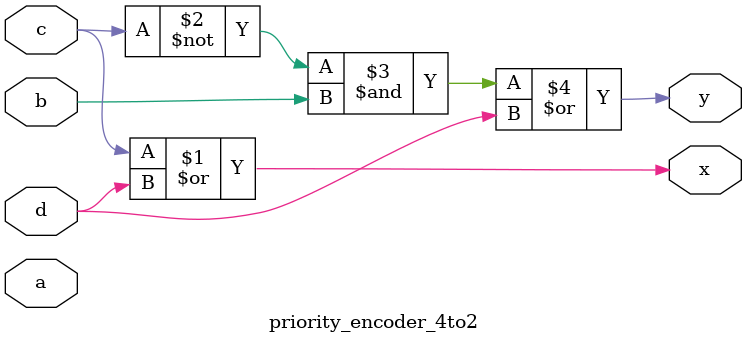
<source format=v>
module priority_encoder_4to2(a,b,c,d,x,y);

input a,b,c,d;
output x,y;
wire x,y;

assign x=c|d;
assign y=(~c&b)|d;

endmodule

</source>
